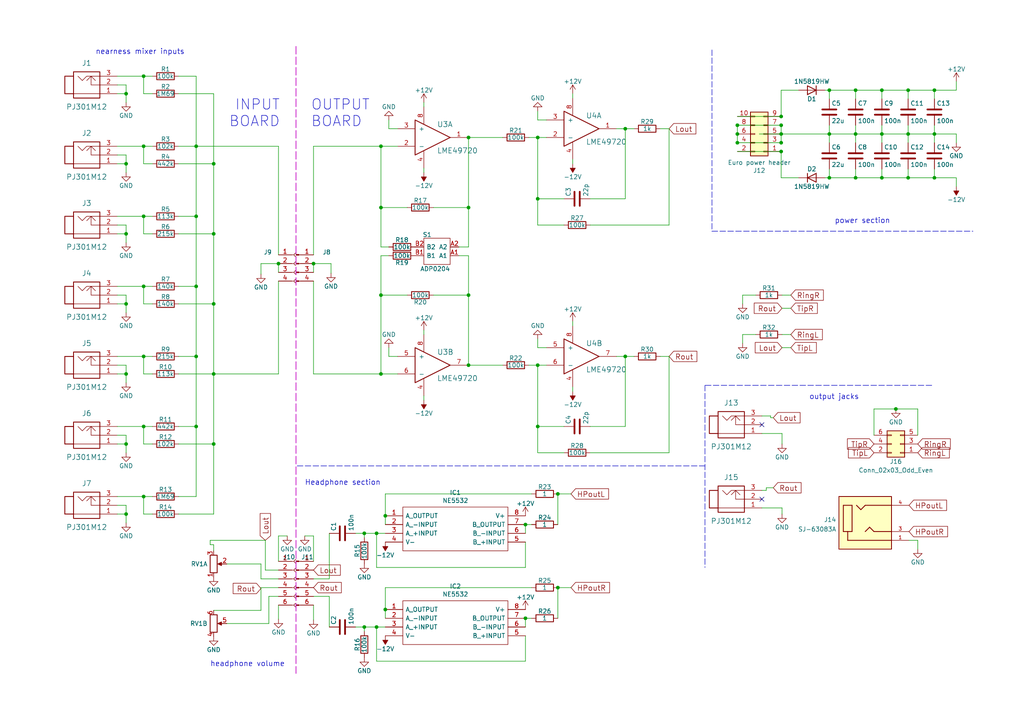
<source format=kicad_sch>
(kicad_sch (version 20231120) (generator "eeschema") (generator_version "8.0")
  (paper "A4")
  (lib_symbols
    (symbol "Connector:Conn_01x04_Female" (pin_names (offset 1.016) hide)
      (property "Reference" "J" (at 0 5.08 0))
      (property "Value" "Conn_01x04_Female" (at 0 -7.62 0))
      (symbol "Conn_01x04_Female_1_1"
        (pin passive line (at -5.08 2.54 0) (length 3.81) (name "Pin_1") (number "1"))
        (pin passive line (at -5.08 0 0) (length 3.81) (name "Pin_2") (number "2"))
        (pin passive line (at -5.08 -2.54 0) (length 3.81) (name "Pin_3") (number "3"))
        (pin passive line (at -5.08 -5.08 0) (length 3.81) (name "Pin_4") (number "4"))
      )
    )
    (symbol "Connector:Conn_01x04_Male" (pin_names (offset 1.016) hide)
      (property "Reference" "J" (at 0 5.08 0))
      (property "Value" "Conn_01x04_Male" (at 0 -7.62 0))
      (symbol "Conn_01x04_Male_1_1"
        (pin passive line (at 5.08 2.54 180) (length 3.81) (name "Pin_1") (number "1"))
        (pin passive line (at 5.08 0 180) (length 3.81) (name "Pin_2") (number "2"))
        (pin passive line (at 5.08 -2.54 180) (length 3.81) (name "Pin_3") (number "3"))
        (pin passive line (at 5.08 -5.08 180) (length 3.81) (name "Pin_4") (number "4"))
      )
    )
    (symbol "Connector:Conn_01x06_Female" (pin_names (offset 1.016) hide)
      (property "Reference" "J" (at 0 7.62 0))
      (property "Value" "Conn_01x06_Female" (at 0 -10.16 0))
      (symbol "Conn_01x06_Female_1_1"
        (pin passive line (at -5.08 5.08 0) (length 3.81) (name "Pin_1") (number "1"))
        (pin passive line (at -5.08 2.54 0) (length 3.81) (name "Pin_2") (number "2"))
        (pin passive line (at -5.08 0 0) (length 3.81) (name "Pin_3") (number "3"))
        (pin passive line (at -5.08 -2.54 0) (length 3.81) (name "Pin_4") (number "4"))
        (pin passive line (at -5.08 -5.08 0) (length 3.81) (name "Pin_5") (number "5"))
        (pin passive line (at -5.08 -7.62 0) (length 3.81) (name "Pin_6") (number "6"))
      )
    )
    (symbol "Connector:Conn_01x06_Male" (pin_names (offset 1.016) hide)
      (property "Reference" "J" (at 0 7.62 0))
      (property "Value" "Conn_01x06_Male" (at 0 -10.16 0))
      (symbol "Conn_01x06_Male_1_1"
        (pin passive line (at 5.08 5.08 180) (length 3.81) (name "Pin_1") (number "1"))
        (pin passive line (at 5.08 2.54 180) (length 3.81) (name "Pin_2") (number "2"))
        (pin passive line (at 5.08 0 180) (length 3.81) (name "Pin_3") (number "3"))
        (pin passive line (at 5.08 -2.54 180) (length 3.81) (name "Pin_4") (number "4"))
        (pin passive line (at 5.08 -5.08 180) (length 3.81) (name "Pin_5") (number "5"))
        (pin passive line (at 5.08 -7.62 180) (length 3.81) (name "Pin_6") (number "6"))
      )
    )
    (symbol "Connector_Generic:Conn_02x03_Odd_Even" (pin_names (offset 1.016) hide)
      (property "Reference" "J" (at 1.27 5.08 0))
      (property "Value" "Conn_02x03_Odd_Even" (at 1.27 -5.08 0))
      (symbol "Conn_02x03_Odd_Even_1_1"
        (pin passive line (at -5.08 2.54 0) (length 3.81) (name "Pin_1") (number "1"))
        (pin passive line (at 7.62 2.54 180) (length 3.81) (name "Pin_2") (number "2"))
        (pin passive line (at -5.08 0 0) (length 3.81) (name "Pin_3") (number "3"))
        (pin passive line (at 7.62 0 180) (length 3.81) (name "Pin_4") (number "4"))
        (pin passive line (at -5.08 -2.54 0) (length 3.81) (name "Pin_5") (number "5"))
        (pin passive line (at 7.62 -2.54 180) (length 3.81) (name "Pin_6") (number "6"))
      )
    )
    (symbol "Connector_Generic:Conn_02x05_Odd_Even" (pin_names (offset 1.016) hide)
      (property "Reference" "J" (at 1.27 7.62 0))
      (property "Value" "Conn_02x05_Odd_Even" (at 1.27 -7.62 0))
      (symbol "Conn_02x05_Odd_Even_1_1"
        (pin passive line (at -5.08 5.08 0) (length 3.81) (name "Pin_1") (number "1"))
        (pin passive line (at 7.62 -5.08 180) (length 3.81) (name "Pin_10") (number "10"))
        (pin passive line (at 7.62 5.08 180) (length 3.81) (name "Pin_2") (number "2"))
        (pin passive line (at -5.08 2.54 0) (length 3.81) (name "Pin_3") (number "3"))
        (pin passive line (at 7.62 2.54 180) (length 3.81) (name "Pin_4") (number "4"))
        (pin passive line (at -5.08 0 0) (length 3.81) (name "Pin_5") (number "5"))
        (pin passive line (at 7.62 0 180) (length 3.81) (name "Pin_6") (number "6"))
        (pin passive line (at -5.08 -2.54 0) (length 3.81) (name "Pin_7") (number "7"))
        (pin passive line (at 7.62 -2.54 180) (length 3.81) (name "Pin_8") (number "8"))
        (pin passive line (at -5.08 -5.08 0) (length 3.81) (name "Pin_9") (number "9"))
      )
    )
    (symbol "Device:C" (pin_numbers hide) (pin_names (offset 0.254))
      (property "Reference" "C" (at 0.635 2.54 0))
      (property "Value" "C" (at 0.635 -2.54 0))
      (symbol "C_1_1"
        (pin passive line (at 0 3.81 270) (length 2.794) (name "~") (number "1"))
        (pin passive line (at 0 -3.81 90) (length 2.794) (name "~") (number "2"))
      )
    )
    (symbol "Device:D" (pin_numbers hide) (pin_names (offset 1.016) hide)
      (property "Reference" "D" (at 0 2.54 0))
      (property "Value" "D" (at 0 -2.54 0))
      (symbol "D_1_1"
        (pin passive line (at -3.81 0 0) (length 2.54) (name "K") (number "1"))
        (pin passive line (at 3.81 0 180) (length 2.54) (name "A") (number "2"))
      )
    )
    (symbol "Device:R" (pin_numbers hide) (pin_names (offset 0))
      (property "Reference" "R" (at 2.032 0 90))
      (property "Value" "R" (at 0 0 90))
      (symbol "R_1_1"
        (pin passive line (at 0 3.81 270) (length 1.27) (name "~") (number "1"))
        (pin passive line (at 0 -3.81 90) (length 1.27) (name "~") (number "2"))
      )
    )
    (symbol "Device:R_POT_Dual_Separate" (pin_names (offset 1.016) hide)
      (property "Reference" "RV" (at -4.445 0 90))
      (property "Value" "Device_R_POT_Dual_Separate" (at -2.54 0 90))
      (symbol "R_POT_Dual_Separate_1_1"
        (pin passive line (at 0 3.81 270) (length 1.27) (name "1") (number "1"))
        (pin passive line (at 3.81 0 180) (length 1.27) (name "2") (number "2"))
        (pin passive line (at 0 -3.81 90) (length 1.27) (name "3") (number "3"))
      )
      (symbol "R_POT_Dual_Separate_2_1"
        (pin passive line (at 0 3.81 270) (length 1.27) (name "4") (number "4"))
        (pin passive line (at 3.81 0 180) (length 1.27) (name "5") (number "5"))
        (pin passive line (at 0 -3.81 90) (length 1.27) (name "6") (number "6"))
      )
    )
    (symbol "SJ-63083A:SJ-63083A" (pin_names (offset 1.016) hide)
      (property "Reference" "J" (at -7.62 8.382 0))
      (property "Value" "SJ-63083A" (at -7.62 -8.382 0))
      (symbol "SJ-63083A_0_0"
        (pin passive line (at 12.7 5.08 180) (length 5.08) (name "~") (number "1"))
        (pin passive line (at 12.7 2.54 180) (length 5.08) (name "~") (number "3"))
        (pin passive line (at 12.7 -5.08 180) (length 5.08) (name "~") (number "4"))
      )
    )
    (symbol "SamacSys_Parts:ADP0204" (pin_names (offset 0.762))
      (property "Reference" "S" (at 19.05 7.62 0))
      (property "Value" "SamacSys_Parts_ADP0204" (at 19.05 5.08 0))
      (symbol "ADP0204_0_0"
        (pin passive line (at 2.54 0 0) (length 2.54) (name "A1") (number "A1"))
        (pin passive line (at 2.54 -2.54 0) (length 2.54) (name "A2") (number "A2"))
        (pin passive line (at 15.24 0 180) (length 2.54) (name "B1") (number "B1"))
        (pin passive line (at 15.24 -2.54 180) (length 2.54) (name "B2") (number "B2"))
      )
    )
    (symbol "SamacSys_Parts:NJM4556AV-TE1" (pin_names (offset 0.762))
      (property "Reference" "IC" (at 36.83 7.62 0))
      (property "Value" "SamacSys_Parts_NJM4556AV-TE1" (at 36.83 5.08 0))
      (symbol "NJM4556AV-TE1_0_0"
        (pin passive line (at 0 0 0) (length 5.08) (name "A_OUTPUT") (number "1"))
        (pin passive line (at 0 -2.54 0) (length 5.08) (name "A_-INPUT") (number "2"))
        (pin passive line (at 0 -5.08 0) (length 5.08) (name "A_+INPUT") (number "3"))
        (pin passive line (at 0 -7.62 0) (length 5.08) (name "V-") (number "4"))
        (pin passive line (at 40.64 -7.62 180) (length 5.08) (name "B_+INPUT") (number "5"))
        (pin passive line (at 40.64 -5.08 180) (length 5.08) (name "B_-INPUT") (number "6"))
        (pin passive line (at 40.64 -2.54 180) (length 5.08) (name "B_OUTPUT") (number "7"))
        (pin passive line (at 40.64 0 180) (length 5.08) (name "V+") (number "8"))
      )
    )
    (symbol "lme49720:LME49720" (pin_names (offset 1.016))
      (property "Reference" "U" (at 3.81 3.81 0))
      (property "Value" "LME49720" (at 3.81 -3.81 0))
      (symbol "LME49720_0_1"
        (pin power_in line (at 0 -8.89 90) (length 5.08) (name "~") (number "4"))
        (pin power_in line (at 0 8.89 270) (length 5.08) (name "~") (number "8"))
      )
      (symbol "LME49720_1_1"
        (pin output line (at 12.7 0 180) (length 5.08) (name "~") (number "1"))
        (pin input line (at -7.62 -2.54 0) (length 5.08) (name "-") (number "2"))
        (pin input line (at -7.62 2.54 0) (length 5.08) (name "+") (number "3"))
      )
      (symbol "LME49720_2_1"
        (pin input line (at -7.62 2.54 0) (length 5.08) (name "+") (number "5"))
        (pin input line (at -7.62 -2.54 0) (length 5.08) (name "-") (number "6"))
        (pin output line (at 12.7 0 180) (length 5.08) (name "~") (number "7"))
      )
    )
    (symbol "pj301m12:PJ301M12" (pin_names (offset 1.016))
      (property "Reference" "J" (at 0 6.35 0))
      (property "Value" "PJ301M12" (at 0 -6.35 0))
      (symbol "PJ301M12_1_1"
        (pin passive line (at 8.89 -2.54 180) (length 5.08) (name "~") (number "1"))
        (pin passive line (at 8.89 0 180) (length 5.08) (name "~") (number "2"))
        (pin passive line (at 8.89 2.54 180) (length 5.08) (name "~") (number "3"))
      )
    )
    (symbol "power:+12V" (power) (pin_names (offset 0))
      (property "Value" "+12V" (at 0 3.556 0))
      (symbol "+12V_1_1"
        (pin power_in line (at 0 0 90) (length 0) hide (name "+12V") (number "1"))
      )
    )
    (symbol "power:-12V" (power) (pin_names (offset 0))
      (property "Value" "-12V" (at 0 3.81 0))
      (symbol "-12V_0_0"
        (pin power_in line (at 0 0 90) (length 0) hide (name "-12V") (number "1"))
      )
    )
    (symbol "power:GND" (power) (pin_names (offset 0))
      (property "Value" "GND" (at 0 -3.81 0))
      (symbol "GND_1_1"
        (pin power_in line (at 0 0 270) (length 0) hide (name "GND") (number "1"))
      )
    )
  )
  (junction (at 56.896 103.378))
  (junction (at 248.158 51.562))
  (junction (at 248.158 38.862))
  (junction (at 110.49 42.418))
  (junction (at 155.956 39.878))
  (junction (at 61.976 67.818))
  (junction (at 56.896 123.698))
  (junction (at 110.49 60.198))
  (junction (at 105.664 181.864))
  (junction (at 110.49 108.458))
  (junction (at 135.89 85.598))
  (junction (at 263.398 51.562))
  (junction (at 226.568 41.402))
  (junction (at 36.576 128.778))
  (junction (at 41.656 144.018))
  (junction (at 271.018 38.862))
  (junction (at 61.976 128.778))
  (junction (at 90.932 76.454))
  (junction (at 41.656 42.418))
  (junction (at 259.842 118.618))
  (junction (at 111.76 149.606))
  (junction (at 161.798 143.256))
  (junction (at 213.868 36.322))
  (junction (at 226.568 36.322))
  (junction (at 36.576 88.138))
  (junction (at 105.664 154.686))
  (junction (at 155.956 57.658))
  (junction (at 80.772 76.454))
  (junction (at 111.76 176.784))
  (junction (at 36.576 47.498))
  (junction (at 255.778 38.862))
  (junction (at 226.568 43.942))
  (junction (at 41.656 22.098))
  (junction (at 263.398 26.162))
  (junction (at 110.49 85.598))
  (junction (at 109.22 154.686))
  (junction (at 161.798 170.434))
  (junction (at 213.868 41.402))
  (junction (at 135.89 39.878))
  (junction (at 41.656 123.698))
  (junction (at 61.976 108.458))
  (junction (at 181.356 103.378))
  (junction (at 240.538 51.562))
  (junction (at 271.018 26.162))
  (junction (at 263.398 38.862))
  (junction (at 56.896 83.058))
  (junction (at 255.778 51.562))
  (junction (at 226.568 38.862))
  (junction (at 135.89 105.918))
  (junction (at 36.576 67.818))
  (junction (at 135.89 60.198))
  (junction (at 41.656 83.058))
  (junction (at 56.896 62.738))
  (junction (at 226.568 33.782))
  (junction (at 61.976 88.138))
  (junction (at 56.896 42.418))
  (junction (at 271.018 51.562))
  (junction (at 36.576 149.098))
  (junction (at 41.656 62.738))
  (junction (at 152.4 179.324))
  (junction (at 152.4 152.146))
  (junction (at 109.22 181.864))
  (junction (at 255.778 26.162))
  (junction (at 213.868 38.862))
  (junction (at 36.576 108.458))
  (junction (at 41.656 103.378))
  (junction (at 61.976 47.498))
  (junction (at 248.158 26.162))
  (junction (at 155.956 123.698))
  (junction (at 36.576 27.178))
  (junction (at 181.356 37.338))
  (junction (at 240.538 38.862))
  (junction (at 240.538 26.162))
  (junction (at 155.956 105.918))
  (no_connect (at 220.98 144.78))
  (no_connect (at 220.98 123.19))
  (wire (pts (xy 109.22 191.77) (xy 109.22 181.864)))
  (wire (pts (xy 226.568 36.322) (xy 226.568 38.862)))
  (wire (pts (xy 226.822 97.028) (xy 229.362 97.028)))
  (wire (pts (xy 61.976 27.178) (xy 61.976 47.498)))
  (wire (pts (xy 240.538 26.162) (xy 248.158 26.162)))
  (wire (pts (xy 41.656 42.418) (xy 44.196 42.418)))
  (wire (pts (xy 110.49 108.458) (xy 110.49 85.598)))
  (wire (pts (xy 60.96 157.988) (xy 61.976 157.988)))
  (wire (pts (xy 111.76 170.434) (xy 154.178 170.434)))
  (wire (pts (xy 263.398 49.022) (xy 263.398 51.562)))
  (wire (pts (xy 75.692 167.894) (xy 80.772 167.894)))
  (wire (pts (xy 155.956 39.878) (xy 155.956 57.658)))
  (wire (pts (xy 152.4 154.686) (xy 152.4 152.146)))
  (wire (pts (xy 133.096 74.168) (xy 135.89 74.168)))
  (wire (pts (xy 135.636 39.878) (xy 135.89 39.878)))
  (wire (pts (xy 155.956 39.878) (xy 158.496 39.878)))
  (wire (pts (xy 155.956 105.918) (xy 158.496 105.918)))
  (wire (pts (xy 90.932 172.974) (xy 95.504 172.974)))
  (wire (pts (xy 36.576 108.458) (xy 36.576 110.998)))
  (wire (pts (xy 44.196 27.178) (xy 41.656 27.178)))
  (wire (pts (xy 34.036 105.918) (xy 36.576 105.918)))
  (wire (pts (xy 105.664 181.864) (xy 105.664 183.134)))
  (wire (pts (xy 181.356 37.338) (xy 183.896 37.338)))
  (wire (pts (xy 248.158 26.162) (xy 248.158 28.702)))
  (wire (pts (xy 215.392 85.598) (xy 215.392 88.138)))
  (wire (pts (xy 220.218 38.862) (xy 226.568 38.862)))
  (wire (pts (xy 80.772 155.448) (xy 80.772 162.814)))
  (wire (pts (xy 166.116 93.218) (xy 166.116 94.488)))
  (wire (pts (xy 271.018 36.322) (xy 271.018 38.862)))
  (wire (pts (xy 135.89 105.918) (xy 145.796 105.918)))
  (wire (pts (xy 61.976 88.138) (xy 61.976 108.458)))
  (wire (pts (xy 135.89 60.198) (xy 125.73 60.198)))
  (wire (pts (xy 161.798 143.256) (xy 161.798 152.146)))
  (wire (pts (xy 155.956 98.298) (xy 155.956 100.838)))
  (wire (pts (xy 266.192 118.618) (xy 259.842 118.618)))
  (wire (pts (xy 109.22 164.592) (xy 109.22 154.686)))
  (wire (pts (xy 122.936 95.758) (xy 122.936 97.028)))
  (wire (pts (xy 178.816 37.338) (xy 181.356 37.338)))
  (wire (pts (xy 226.822 125.73) (xy 226.822 128.778)))
  (wire (pts (xy 90.932 175.514) (xy 90.932 179.832)))
  (wire (pts (xy 153.416 105.918) (xy 155.956 105.918)))
  (wire (pts (xy 41.656 103.378) (xy 44.196 103.378)))
  (wire (pts (xy 181.356 57.658) (xy 181.356 37.338)))
  (wire (pts (xy 240.538 36.322) (xy 240.538 38.862)))
  (wire (pts (xy 56.896 62.738) (xy 56.896 83.058)))
  (wire (pts (xy 80.772 78.994) (xy 80.772 76.454)))
  (wire (pts (xy 111.76 179.324) (xy 111.76 176.784)))
  (wire (pts (xy 110.49 42.418) (xy 115.316 42.418)))
  (wire (pts (xy 109.22 164.592) (xy 152.4 164.592)))
  (wire (pts (xy 111.76 152.146) (xy 111.76 149.606)))
  (wire (pts (xy 41.656 149.098) (xy 41.656 144.018)))
  (wire (pts (xy 80.772 81.534) (xy 80.772 108.458)))
  (wire (pts (xy 105.664 154.686) (xy 105.664 155.956)))
  (wire (pts (xy 34.036 126.238) (xy 36.576 126.238)))
  (wire (pts (xy 155.956 131.318) (xy 163.576 131.318)))
  (wire (pts (xy 155.956 105.918) (xy 155.956 123.698)))
  (wire (pts (xy 219.202 97.028) (xy 215.392 97.028)))
  (wire (pts (xy 226.822 147.32) (xy 226.822 149.098)))
  (wire (pts (xy 271.018 26.162) (xy 271.018 28.702)))
  (wire (pts (xy 34.036 47.498) (xy 36.576 47.498)))
  (wire (pts (xy 248.158 38.862) (xy 248.158 41.402)))
  (wire (pts (xy 161.798 170.434) (xy 165.608 170.434)))
  (wire (pts (xy 65.786 163.576) (xy 75.692 163.576)))
  (wire (pts (xy 240.538 51.562) (xy 248.158 51.562)))
  (wire (pts (xy 56.896 83.058) (xy 56.896 103.378)))
  (wire (pts (xy 36.576 88.138) (xy 36.576 90.678)))
  (wire (pts (xy 90.932 167.894) (xy 95.504 167.894)))
  (wire (pts (xy 194.056 131.318) (xy 171.196 131.318)))
  (wire (pts (xy 155.956 34.798) (xy 158.496 34.798)))
  (wire (pts (xy 51.816 42.418) (xy 56.896 42.418)))
  (wire (pts (xy 61.976 108.458) (xy 80.772 108.458)))
  (wire (pts (xy 152.4 152.146) (xy 154.178 152.146)))
  (wire (pts (xy 44.196 128.778) (xy 41.656 128.778)))
  (wire (pts (xy 255.778 26.162) (xy 263.398 26.162)))
  (wire (pts (xy 90.932 108.458) (xy 110.49 108.458)))
  (wire (pts (xy 248.158 49.022) (xy 248.158 51.562)))
  (wire (pts (xy 61.976 157.988) (xy 61.976 159.766)))
  (wire (pts (xy 83.312 155.448) (xy 80.772 155.448)))
  (wire (pts (xy 34.036 27.178) (xy 36.576 27.178)))
  (wire (pts (xy 166.116 27.178) (xy 166.116 28.448)))
  (wire (pts (xy 34.036 146.558) (xy 36.576 146.558)))
  (wire (pts (xy 152.4 179.324) (xy 154.178 179.324)))
  (wire (pts (xy 110.49 71.628) (xy 110.49 60.198)))
  (wire (pts (xy 135.636 105.918) (xy 135.89 105.918)))
  (wire (pts (xy 36.576 146.558) (xy 36.576 149.098)))
  (wire (pts (xy 155.956 32.258) (xy 155.956 34.798)))
  (wire (pts (xy 133.096 71.628) (xy 135.89 71.628)))
  (wire (pts (xy 263.398 26.162) (xy 271.018 26.162)))
  (wire (pts (xy 226.822 100.838) (xy 229.362 100.838)))
  (wire (pts (xy 161.798 143.256) (xy 165.608 143.256)))
  (wire (pts (xy 222.25 142.24) (xy 222.25 141.478)))
  (wire (pts (xy 240.538 38.862) (xy 240.538 41.402)))
  (wire (pts (xy 77.978 180.848) (xy 65.786 180.848)))
  (wire (pts (xy 80.772 172.974) (xy 77.978 172.974)))
  (wire (pts (xy 109.22 154.686) (xy 111.76 154.686)))
  (wire (pts (xy 277.368 26.162) (xy 277.368 23.622)))
  (wire (pts (xy 263.398 51.562) (xy 271.018 51.562)))
  (wire (pts (xy 41.656 144.018) (xy 44.196 144.018)))
  (wire (pts (xy 213.868 36.322) (xy 226.568 36.322)))
  (wire (pts (xy 34.036 67.818) (xy 36.576 67.818)))
  (wire (pts (xy 240.538 26.162) (xy 240.538 28.702)))
  (wire (pts (xy 215.392 97.028) (xy 215.392 99.568)))
  (wire (pts (xy 56.896 42.418) (xy 80.772 42.418)))
  (wire (pts (xy 122.936 29.718) (xy 122.936 30.988)))
  (polyline (pts (xy 204.47 135.128) (xy 85.852 135.128)) (stroke (width 0) (type dash)))
  (wire (pts (xy 110.49 85.598) (xy 118.11 85.598)))
  (wire (pts (xy 163.576 123.698) (xy 155.956 123.698)))
  (polyline (pts (xy 85.852 13.462) (xy 85.852 195.326)) (stroke (width 0.2032) (type dash) (color 194 0 194 1)))
  (polyline (pts (xy 270.256 111.76) (xy 204.47 111.76)) (stroke (width 0) (type dash)))
  (wire (pts (xy 223.52 121.158) (xy 224.282 121.158)))
  (wire (pts (xy 41.656 83.058) (xy 44.196 83.058)))
  (wire (pts (xy 36.576 44.958) (xy 36.576 47.498)))
  (wire (pts (xy 36.576 128.778) (xy 36.576 131.318)))
  (wire (pts (xy 253.492 118.618) (xy 259.842 118.618)))
  (wire (pts (xy 56.896 123.698) (xy 56.896 144.018)))
  (wire (pts (xy 248.158 38.862) (xy 255.778 38.862)))
  (wire (pts (xy 255.778 51.562) (xy 263.398 51.562)))
  (wire (pts (xy 44.196 149.098) (xy 41.656 149.098)))
  (polyline (pts (xy 204.47 111.76) (xy 204.47 164.592)) (stroke (width 0) (type dash)))
  (wire (pts (xy 263.398 36.322) (xy 263.398 38.862)))
  (wire (pts (xy 95.504 172.974) (xy 95.504 181.864)))
  (wire (pts (xy 51.816 108.458) (xy 61.976 108.458)))
  (wire (pts (xy 41.656 128.778) (xy 41.656 123.698)))
  (wire (pts (xy 34.036 123.698) (xy 41.656 123.698)))
  (wire (pts (xy 109.22 181.864) (xy 111.76 181.864)))
  (wire (pts (xy 51.816 47.498) (xy 61.976 47.498)))
  (wire (pts (xy 122.936 114.808) (xy 122.936 116.078)))
  (wire (pts (xy 90.932 78.994) (xy 90.932 76.454)))
  (wire (pts (xy 155.956 100.838) (xy 158.496 100.838)))
  (wire (pts (xy 76.962 165.354) (xy 76.962 156.718)))
  (wire (pts (xy 34.036 42.418) (xy 41.656 42.418)))
  (wire (pts (xy 220.98 125.73) (xy 226.822 125.73)))
  (wire (pts (xy 166.116 46.228) (xy 166.116 47.498)))
  (wire (pts (xy 166.116 112.268) (xy 166.116 113.538)))
  (wire (pts (xy 163.576 57.658) (xy 155.956 57.658)))
  (wire (pts (xy 112.776 100.838) (xy 112.776 103.378)))
  (wire (pts (xy 34.036 128.778) (xy 36.576 128.778)))
  (wire (pts (xy 155.956 57.658) (xy 155.956 65.278)))
  (wire (pts (xy 56.896 103.378) (xy 56.896 123.698)))
  (wire (pts (xy 155.956 65.278) (xy 163.576 65.278)))
  (wire (pts (xy 226.568 43.942) (xy 226.568 51.562)))
  (wire (pts (xy 61.976 67.818) (xy 61.976 88.138)))
  (wire (pts (xy 96.012 76.454) (xy 96.012 79.248)))
  (wire (pts (xy 75.692 163.576) (xy 75.692 167.894)))
  (wire (pts (xy 61.976 47.498) (xy 61.976 67.818)))
  (wire (pts (xy 135.89 85.598) (xy 125.73 85.598)))
  (wire (pts (xy 110.49 108.458) (xy 115.316 108.458)))
  (wire (pts (xy 44.196 47.498) (xy 41.656 47.498)))
  (wire (pts (xy 34.036 44.958) (xy 36.576 44.958)))
  (wire (pts (xy 194.056 65.278) (xy 171.196 65.278)))
  (wire (pts (xy 103.124 154.686) (xy 105.664 154.686)))
  (wire (pts (xy 112.776 71.628) (xy 110.49 71.628)))
  (wire (pts (xy 171.196 123.698) (xy 181.356 123.698)))
  (wire (pts (xy 220.98 120.65) (xy 223.52 120.65)))
  (wire (pts (xy 239.268 26.162) (xy 240.538 26.162)))
  (wire (pts (xy 36.576 27.178) (xy 36.576 29.718)))
  (wire (pts (xy 34.036 144.018) (xy 41.656 144.018)))
  (wire (pts (xy 271.018 38.862) (xy 271.018 41.402)))
  (wire (pts (xy 135.89 105.918) (xy 135.89 85.598)))
  (wire (pts (xy 213.868 41.402) (xy 213.868 38.862)))
  (wire (pts (xy 152.4 164.592) (xy 152.4 157.226)))
  (wire (pts (xy 135.89 39.878) (xy 135.89 60.198)))
  (polyline (pts (xy 206.502 67.056) (xy 282.194 67.056)) (stroke (width 0) (type dash)))
  (wire (pts (xy 61.976 88.138) (xy 51.816 88.138)))
  (wire (pts (xy 111.76 170.434) (xy 111.76 176.784)))
  (wire (pts (xy 226.568 38.862) (xy 226.568 41.402)))
  (wire (pts (xy 51.816 67.818) (xy 61.976 67.818)))
  (wire (pts (xy 240.538 38.862) (xy 248.158 38.862)))
  (wire (pts (xy 111.76 143.256) (xy 154.178 143.256)))
  (wire (pts (xy 263.398 26.162) (xy 263.398 28.702)))
  (wire (pts (xy 51.816 62.738) (xy 56.896 62.738)))
  (wire (pts (xy 36.576 105.918) (xy 36.576 108.458)))
  (wire (pts (xy 34.036 22.098) (xy 41.656 22.098)))
  (wire (pts (xy 90.932 42.418) (xy 110.49 42.418)))
  (wire (pts (xy 191.516 103.378) (xy 194.056 103.378)))
  (wire (pts (xy 226.568 33.782) (xy 226.568 26.162)))
  (wire (pts (xy 88.392 155.448) (xy 90.932 155.448)))
  (wire (pts (xy 220.98 147.32) (xy 226.822 147.32)))
  (wire (pts (xy 223.52 120.65) (xy 223.52 121.158)))
  (wire (pts (xy 271.018 26.162) (xy 277.368 26.162)))
  (wire (pts (xy 181.356 103.378) (xy 183.896 103.378)))
  (wire (pts (xy 105.664 154.686) (xy 109.22 154.686)))
  (wire (pts (xy 271.018 51.562) (xy 277.368 51.562)))
  (wire (pts (xy 112.776 37.338) (xy 115.316 37.338)))
  (wire (pts (xy 226.822 85.598) (xy 229.362 85.598)))
  (wire (pts (xy 61.976 128.778) (xy 61.976 149.098)))
  (wire (pts (xy 56.896 83.058) (xy 51.816 83.058)))
  (polyline (pts (xy 206.502 14.478) (xy 206.502 67.056)) (stroke (width 0) (type dash)))
  (wire (pts (xy 41.656 27.178) (xy 41.656 22.098)))
  (wire (pts (xy 226.568 38.862) (xy 240.538 38.862)))
  (wire (pts (xy 194.056 37.338) (xy 194.056 65.278)))
  (wire (pts (xy 171.196 57.658) (xy 181.356 57.658)))
  (wire (pts (xy 95.504 167.894) (xy 95.504 154.686)))
  (wire (pts (xy 56.896 22.098) (xy 56.896 42.418)))
  (wire (pts (xy 135.89 74.168) (xy 135.89 85.598)))
  (wire (pts (xy 277.368 51.562) (xy 277.368 54.102)))
  (wire (pts (xy 51.816 103.378) (xy 56.896 103.378)))
  (wire (pts (xy 219.202 85.598) (xy 215.392 85.598)))
  (wire (pts (xy 240.538 49.022) (xy 240.538 51.562)))
  (wire (pts (xy 56.896 22.098) (xy 51.816 22.098)))
  (wire (pts (xy 226.568 41.402) (xy 213.868 41.402)))
  (wire (pts (xy 36.576 126.238) (xy 36.576 128.778)))
  (wire (pts (xy 34.036 83.058) (xy 41.656 83.058)))
  (wire (pts (xy 263.398 38.862) (xy 263.398 41.402)))
  (wire (pts (xy 90.932 81.534) (xy 90.932 108.458)))
  (wire (pts (xy 75.692 76.454) (xy 75.692 79.502)))
  (wire (pts (xy 277.368 38.862) (xy 277.368 41.402)))
  (wire (pts (xy 112.776 103.378) (xy 115.316 103.378)))
  (wire (pts (xy 41.656 62.738) (xy 44.196 62.738)))
  (wire (pts (xy 34.036 108.458) (xy 36.576 108.458)))
  (wire (pts (xy 34.036 85.598) (xy 36.576 85.598)))
  (wire (pts (xy 34.036 62.738) (xy 41.656 62.738)))
  (wire (pts (xy 77.978 172.974) (xy 77.978 180.848)))
  (wire (pts (xy 248.158 36.322) (xy 248.158 38.862)))
  (wire (pts (xy 153.416 39.878) (xy 155.956 39.878)))
  (wire (pts (xy 213.868 43.942) (xy 226.568 43.942)))
  (wire (pts (xy 220.98 142.24) (xy 222.25 142.24)))
  (wire (pts (xy 152.4 181.864) (xy 152.4 179.324)))
  (wire (pts (xy 34.036 103.378) (xy 41.656 103.378)))
  (wire (pts (xy 90.932 73.914) (xy 90.932 42.418)))
  (wire (pts (xy 36.576 24.638) (xy 36.576 27.178)))
  (wire (pts (xy 34.036 88.138) (xy 36.576 88.138)))
  (wire (pts (xy 191.516 37.338) (xy 194.056 37.338)))
  (wire (pts (xy 90.932 76.454) (xy 96.012 76.454)))
  (wire (pts (xy 60.96 156.718) (xy 76.962 156.718)))
  (wire (pts (xy 194.056 103.378) (xy 194.056 131.318)))
  (wire (pts (xy 135.89 39.878) (xy 145.796 39.878)))
  (wire (pts (xy 255.778 51.562) (xy 255.778 49.022)))
  (wire (pts (xy 41.656 108.458) (xy 41.656 103.378)))
  (wire (pts (xy 51.816 128.778) (xy 61.976 128.778)))
  (wire (pts (xy 110.49 74.168) (xy 110.49 85.598)))
  (wire (pts (xy 255.778 38.862) (xy 255.778 41.402)))
  (wire (pts (xy 36.576 47.498) (xy 36.576 50.038)))
  (wire (pts (xy 109.22 191.77) (xy 152.4 191.77)))
  (wire (pts (xy 255.778 26.162) (xy 255.778 28.702)))
  (wire (pts (xy 155.956 123.698) (xy 155.956 131.318)))
  (wire (pts (xy 248.158 51.562) (xy 255.778 51.562)))
  (wire (pts (xy 110.49 42.418) (xy 110.49 60.198)))
  (wire (pts (xy 271.018 38.862) (xy 277.368 38.862)))
  (wire (pts (xy 263.398 38.862) (xy 271.018 38.862)))
  (wire (pts (xy 44.196 67.818) (xy 41.656 67.818)))
  (wire (pts (xy 80.772 73.914) (xy 80.772 42.418)))
  (wire (pts (xy 56.896 144.018) (xy 51.816 144.018)))
  (wire (pts (xy 34.036 24.638) (xy 36.576 24.638)))
  (wire (pts (xy 80.772 175.514) (xy 80.772 179.578)))
  (wire (pts (xy 112.776 74.168) (xy 110.49 74.168)))
  (wire (pts (xy 41.656 22.098) (xy 44.196 22.098)))
  (wire (pts (xy 248.158 26.162) (xy 255.778 26.162)))
  (wire (pts (xy 34.036 149.098) (xy 36.576 149.098)))
  (wire (pts (xy 51.816 123.698) (xy 56.896 123.698)))
  (wire (pts (xy 213.868 33.782) (xy 226.568 33.782)))
  (wire (pts (xy 105.664 181.864) (xy 109.22 181.864)))
  (wire (pts (xy 61.976 27.178) (xy 51.816 27.178)))
  (wire (pts (xy 226.568 26.162) (xy 231.648 26.162)))
  (wire (pts (xy 60.96 157.988) (xy 60.96 156.718)))
  (wire (pts (xy 36.576 67.818) (xy 36.576 70.358)))
  (wire (pts (xy 61.976 108.458) (xy 61.976 128.778)))
  (wire (pts (xy 41.656 47.498) (xy 41.656 42.418)))
  (wire (pts (xy 103.124 181.864) (xy 105.664 181.864)))
  (wire (pts (xy 36.576 85.598) (xy 36.576 88.138)))
  (wire (pts (xy 255.778 38.862) (xy 263.398 38.862)))
  (wire (pts (xy 80.772 76.454) (xy 75.692 76.454)))
  (wire (pts (xy 41.656 88.138) (xy 41.656 83.058)))
  (wire (pts (xy 44.196 88.138) (xy 41.656 88.138)))
  (wire (pts (xy 239.268 51.562) (xy 240.538 51.562)))
  (wire (pts (xy 34.036 65.278) (xy 36.576 65.278)))
  (wire (pts (xy 181.356 123.698) (xy 181.356 103.378)))
  (wire (pts (xy 111.76 143.256) (xy 111.76 149.606)))
  (wire (pts (xy 253.492 126.238) (xy 253.492 118.618)))
  (wire (pts (xy 213.868 38.862) (xy 213.868 36.322)))
  (wire (pts (xy 135.89 71.628) (xy 135.89 60.198)))
  (wire (pts (xy 56.896 42.418) (xy 56.896 62.738)))
  (wire (pts (xy 61.976 149.098) (xy 51.816 149.098)))
  (wire (pts (xy 75.692 177.038) (xy 75.692 170.434)))
  (wire (pts (xy 36.576 65.278) (xy 36.576 67.818)))
  (wire (pts (xy 178.816 103.378) (xy 181.356 103.378)))
  (wire (pts (xy 161.798 170.434) (xy 161.798 179.324)))
  (wire (pts (xy 122.936 48.768) (xy 122.936 50.038)))
  (wire (pts (xy 61.976 177.038) (xy 75.692 177.038)))
  (wire (pts (xy 226.568 51.562) (xy 231.648 51.562)))
  (wire (pts (xy 226.822 89.408) (xy 229.362 89.408)))
  (wire (pts (xy 263.652 156.718) (xy 266.192 156.718)))
  (wire (pts (xy 266.192 126.238) (xy 266.192 118.618)))
  (wire (pts (xy 80.772 165.354) (xy 76.962 165.354)))
  (wire (pts (xy 44.196 108.458) (xy 41.656 108.458)))
  (wire (pts (xy 266.192 156.718) (xy 266.192 159.258)))
  (wire (pts (xy 75.692 170.434) (xy 80.772 170.434)))
  (wire (pts (xy 41.656 67.818) (xy 41.656 62.738)))
  (wire (pts (xy 152.4 191.77) (xy 152.4 184.404)))
  (wire (pts (xy 90.932 155.448) (xy 90.932 162.814)))
  (wire (pts (xy 255.778 36.322) (xy 255.778 38.862)))
  (wire (pts (xy 271.018 49.022) (xy 271.018 51.562)))
  (wire (pts (xy 41.656 123.698) (xy 44.196 123.698)))
  (wire (pts (xy 112.776 34.798) (xy 112.776 37.338)))
  (wire (pts (xy 222.25 141.478) (xy 224.282 141.478)))
  (wire (pts (xy 118.11 60.198) (xy 110.49 60.198)))
  (wire (pts (xy 36.576 149.098) (xy 36.576 151.638)))
  (text "headphone volume" (at 60.96 193.548 0) (effects (font (size 1.524 1.524)) (justify left bottom)))
  (text "INPUT\nBOARD" (at 81.28 37.084 0) (effects (font (size 2.9972 2.9972)) (justify right bottom)))
  (text "Headphone section" (at 88.392 140.97 0) (effects (font (size 1.524 1.524)) (justify left bottom)))
  (text "OUTPUT\nBOARD" (at 90.17 37.084 0) (effects (font (size 2.9972 2.9972)) (justify left bottom)))
  (text "output jacks" (at 234.696 116.078 0) (effects (font (size 1.524 1.524)) (justify left bottom)))
  (text "nearness mixer inputs" (at 27.686 16.002 0) (effects (font (size 1.524 1.524)) (justify left bottom)))
  (text "power section" (at 242.062 65.024 0) (effects (font (size 1.524 1.524)) (justify left bottom)))
  (global_label "HPoutR" (shape input) (at 165.608 170.434 0) (effects (font (size 1.524 1.524))) (property "Intersheetrefs" "${INTERSHEET_REFS}" (effects (hide yes))))
  (global_label "Lout" (shape input) (at 90.932 165.354 0) (effects (font (size 1.524 1.524))) (property "Intersheetrefs" "${INTERSHEET_REFS}" (effects (hide yes))))
  (global_label "RingL" (shape input) (at 266.192 131.318 0) (effects (font (size 1.524 1.524))) (property "Intersheetrefs" "${INTERSHEET_REFS}" (effects (hide yes))))
  (global_label "Rout" (shape input) (at 90.932 170.434 0) (effects (font (size 1.524 1.524))) (property "Intersheetrefs" "${INTERSHEET_REFS}" (effects (hide yes))))
  (global_label "Rout" (shape input) (at 224.282 141.478 0) (effects (font (size 1.524 1.524))) (property "Intersheetrefs" "${INTERSHEET_REFS}" (effects (hide yes))))
  (global_label "HPoutL" (shape input) (at 263.652 146.558 0) (effects (font (size 1.524 1.524))) (property "Intersheetrefs" "${INTERSHEET_REFS}" (effects (hide yes))))
  (global_label "RingR" (shape input) (at 266.192 128.778 0) (effects (font (size 1.524 1.524))) (property "Intersheetrefs" "${INTERSHEET_REFS}" (effects (hide yes))))
  (global_label "RingL" (shape input) (at 229.362 97.028 0) (effects (font (size 1.524 1.524))) (property "Intersheetrefs" "${INTERSHEET_REFS}" (effects (hide yes))))
  (global_label "Lout" (shape input) (at 76.962 156.718 90) (effects (font (size 1.524 1.524))) (property "Intersheetrefs" "${INTERSHEET_REFS}" (effects (hide yes))))
  (global_label "Rout" (shape input) (at 194.056 103.378 0) (effects (font (size 1.524 1.524))) (property "Intersheetrefs" "${INTERSHEET_REFS}" (effects (hide yes))))
  (global_label "Lout" (shape input) (at 224.282 121.158 0) (effects (font (size 1.524 1.524))) (property "Intersheetrefs" "${INTERSHEET_REFS}" (effects (hide yes))))
  (global_label "TipL" (shape input) (at 253.492 131.318 180) (effects (font (size 1.524 1.524))) (property "Intersheetrefs" "${INTERSHEET_REFS}" (effects (hide yes))))
  (global_label "TipR" (shape input) (at 253.492 128.778 180) (effects (font (size 1.524 1.524))) (property "Intersheetrefs" "${INTERSHEET_REFS}" (effects (hide yes))))
  (global_label "RingR" (shape input) (at 229.362 85.598 0) (effects (font (size 1.524 1.524))) (property "Intersheetrefs" "${INTERSHEET_REFS}" (effects (hide yes))))
  (global_label "TipL" (shape input) (at 229.362 100.838 0) (effects (font (size 1.524 1.524))) (property "Intersheetrefs" "${INTERSHEET_REFS}" (effects (hide yes))))
  (global_label "HPoutR" (shape input) (at 263.652 154.178 0) (effects (font (size 1.524 1.524))) (property "Intersheetrefs" "${INTERSHEET_REFS}" (effects (hide yes))))
  (global_label "Lout" (shape input) (at 226.822 100.838 180) (effects (font (size 1.524 1.524))) (property "Intersheetrefs" "${INTERSHEET_REFS}" (effects (hide yes))))
  (global_label "TipR" (shape input) (at 229.362 89.408 0) (effects (font (size 1.524 1.524))) (property "Intersheetrefs" "${INTERSHEET_REFS}" (effects (hide yes))))
  (global_label "Rout" (shape input) (at 226.822 89.408 180) (effects (font (size 1.524 1.524))) (property "Intersheetrefs" "${INTERSHEET_REFS}" (effects (hide yes))))
  (global_label "Lout" (shape input) (at 194.056 37.338 0) (effects (font (size 1.524 1.524))) (property "Intersheetrefs" "${INTERSHEET_REFS}" (effects (hide yes))))
  (global_label "Rout" (shape input) (at 75.692 170.688 180) (effects (font (size 1.524 1.524))) (property "Intersheetrefs" "${INTERSHEET_REFS}" (effects (hide yes))))
  (global_label "HPoutL" (shape input) (at 165.608 143.256 0) (effects (font (size 1.524 1.524))) (property "Intersheetrefs" "${INTERSHEET_REFS}" (effects (hide yes))))
  (symbol (lib_id "pj301m12:PJ301M12") (at 25.146 24.638 0) (unit 1)
    (property "Reference" "J1" (at 25.146 18.288 0) (effects (font (size 1.524 1.524))))
    (property "Value" "PJ301M12" (at 25.146 30.988 0) (effects (font (size 1.524 1.524))))
    (property "Footprint" "nearness:PJ301M12" (effects (hide yes)))
  )
  (symbol (lib_id "pj301m12:PJ301M12") (at 25.146 44.958 0) (unit 1)
    (property "Reference" "J2" (at 25.146 38.608 0) (effects (font (size 1.524 1.524))))
    (property "Value" "PJ301M12" (at 25.146 51.308 0) (effects (font (size 1.524 1.524))))
    (property "Footprint" "nearness:PJ301M12" (effects (hide yes)))
  )
  (symbol (lib_id "pj301m12:PJ301M12") (at 25.146 65.278 0) (unit 1)
    (property "Reference" "J3" (at 25.146 58.928 0) (effects (font (size 1.524 1.524))))
    (property "Value" "PJ301M12" (at 25.146 71.628 0) (effects (font (size 1.524 1.524))))
    (property "Footprint" "nearness:PJ301M12" (effects (hide yes)))
  )
  (symbol (lib_id "pj301m12:PJ301M12") (at 25.146 85.598 0) (unit 1)
    (property "Reference" "J4" (at 25.146 79.248 0) (effects (font (size 1.524 1.524))))
    (property "Value" "PJ301M12" (at 25.146 91.948 0) (effects (font (size 1.524 1.524))))
    (property "Footprint" "nearness:PJ301M12" (effects (hide yes)))
  )
  (symbol (lib_id "pj301m12:PJ301M12") (at 25.146 105.918 0) (unit 1)
    (property "Reference" "J5" (at 25.146 99.568 0) (effects (font (size 1.524 1.524))))
    (property "Value" "PJ301M12" (at 25.146 112.268 0) (effects (font (size 1.524 1.524))))
    (property "Footprint" "nearness:PJ301M12" (effects (hide yes)))
  )
  (symbol (lib_id "pj301m12:PJ301M12") (at 25.146 126.238 0) (unit 1)
    (property "Reference" "J6" (at 25.146 119.888 0) (effects (font (size 1.524 1.524))))
    (property "Value" "PJ301M12" (at 25.146 132.588 0) (effects (font (size 1.524 1.524))))
    (property "Footprint" "nearness:PJ301M12" (effects (hide yes)))
  )
  (symbol (lib_id "pj301m12:PJ301M12") (at 25.146 146.558 0) (unit 1)
    (property "Reference" "J7" (at 25.146 140.208 0) (effects (font (size 1.524 1.524))))
    (property "Value" "PJ301M12" (at 25.146 152.908 0) (effects (font (size 1.524 1.524))))
    (property "Footprint" "nearness:PJ301M12" (effects (hide yes)))
  )
  (symbol (lib_id "power:GND") (at 36.576 29.718 0) (unit 1)
    (property "Reference" "#PWR01" (effects (hide yes)))
    (property "Value" "GND" (at 36.576 33.528 0))
  )
  (symbol (lib_id "power:GND") (at 36.576 50.038 0) (unit 1)
    (property "Reference" "#PWR02" (effects (hide yes)))
    (property "Value" "GND" (at 36.576 53.848 0))
  )
  (symbol (lib_id "power:GND") (at 36.576 70.358 0) (unit 1)
    (property "Reference" "#PWR03" (effects (hide yes)))
    (property "Value" "GND" (at 36.576 74.168 0))
  )
  (symbol (lib_id "power:GND") (at 36.576 90.678 0) (unit 1)
    (property "Reference" "#PWR04" (effects (hide yes)))
    (property "Value" "GND" (at 36.576 94.488 0))
  )
  (symbol (lib_id "power:GND") (at 36.576 110.998 0) (unit 1)
    (property "Reference" "#PWR05" (effects (hide yes)))
    (property "Value" "GND" (at 36.576 114.808 0))
  )
  (symbol (lib_id "power:GND") (at 36.576 131.318 0) (unit 1)
    (property "Reference" "#PWR06" (effects (hide yes)))
    (property "Value" "GND" (at 36.576 135.128 0))
  )
  (symbol (lib_id "power:GND") (at 36.576 151.638 0) (unit 1)
    (property "Reference" "#PWR07" (effects (hide yes)))
    (property "Value" "GND" (at 36.576 155.448 0))
  )
  (symbol (lib_id "Device:R") (at 48.006 22.098 90) (unit 1)
    (property "Reference" "R1" (at 48.006 20.066 90))
    (property "Value" "100k" (at 48.006 22.098 90))
    (property "Footprint" "Resistor_SMD:R_0805_2012Metric_Pad1.20x1.40mm_HandSolder" (effects (hide yes)))
  )
  (symbol (lib_id "Device:R") (at 48.006 27.178 90) (unit 1)
    (property "Reference" "R2" (at 48.006 25.146 90))
    (property "Value" "1M69" (at 48.006 27.178 90))
    (property "Footprint" "Resistor_SMD:R_0805_2012Metric_Pad1.20x1.40mm_HandSolder" (effects (hide yes)))
  )
  (symbol (lib_id "Device:R") (at 48.006 42.418 90) (unit 1)
    (property "Reference" "R3" (at 48.006 40.386 90))
    (property "Value" "102k" (at 48.006 42.418 90))
    (property "Footprint" "Resistor_SMD:R_0805_2012Metric_Pad1.20x1.40mm_HandSolder" (effects (hide yes)))
  )
  (symbol (lib_id "Device:R") (at 48.006 47.498 90) (unit 1)
    (property "Reference" "R4" (at 48.006 45.466 90))
    (property "Value" "442k" (at 48.006 47.498 90))
    (property "Footprint" "Resistor_SMD:R_0805_2012Metric_Pad1.20x1.40mm_HandSolder" (effects (hide yes)))
  )
  (symbol (lib_id "Device:R") (at 48.006 62.738 90) (unit 1)
    (property "Reference" "R5" (at 48.006 60.706 90))
    (property "Value" "113k" (at 48.006 62.738 90))
    (property "Footprint" "Resistor_SMD:R_0805_2012Metric_Pad1.20x1.40mm_HandSolder" (effects (hide yes)))
  )
  (symbol (lib_id "Device:R") (at 48.006 67.818 90) (unit 1)
    (property "Reference" "R6" (at 48.006 65.786 90))
    (property "Value" "215k" (at 48.006 67.818 90))
    (property "Footprint" "Resistor_SMD:R_0805_2012Metric_Pad1.20x1.40mm_HandSolder" (effects (hide yes)))
  )
  (symbol (lib_id "Device:R") (at 48.006 83.058 90) (unit 1)
    (property "Reference" "R7" (at 48.006 81.026 90))
    (property "Value" "140k" (at 48.006 83.058 90))
    (property "Footprint" "Resistor_SMD:R_0805_2012Metric_Pad1.20x1.40mm_HandSolder" (effects (hide yes)))
  )
  (symbol (lib_id "Device:R") (at 48.006 88.138 90) (unit 1)
    (property "Reference" "R8" (at 48.006 86.106 90))
    (property "Value" "140k" (at 48.006 88.138 90))
    (property "Footprint" "Resistor_SMD:R_0805_2012Metric_Pad1.20x1.40mm_HandSolder" (effects (hide yes)))
  )
  (symbol (lib_id "Device:R") (at 48.006 103.378 90) (unit 1)
    (property "Reference" "R9" (at 48.006 101.346 90))
    (property "Value" "215k" (at 48.006 103.378 90))
    (property "Footprint" "Resistor_SMD:R_0805_2012Metric_Pad1.20x1.40mm_HandSolder" (effects (hide yes)))
  )
  (symbol (lib_id "Device:R") (at 48.006 108.458 90) (unit 1)
    (property "Reference" "R10" (at 48.006 106.426 90))
    (property "Value" "113k" (at 48.006 108.458 90))
    (property "Footprint" "Resistor_SMD:R_0805_2012Metric_Pad1.20x1.40mm_HandSolder" (effects (hide yes)))
  )
  (symbol (lib_id "Device:R") (at 48.006 123.698 90) (unit 1)
    (property "Reference" "R11" (at 48.006 121.666 90))
    (property "Value" "442k" (at 48.006 123.698 90))
    (property "Footprint" "Resistor_SMD:R_0805_2012Metric_Pad1.20x1.40mm_HandSolder" (effects (hide yes)))
  )
  (symbol (lib_id "Device:R") (at 48.006 128.778 90) (unit 1)
    (property "Reference" "R12" (at 48.006 126.746 90))
    (property "Value" "102k" (at 48.006 128.778 90))
    (property "Footprint" "Resistor_SMD:R_0805_2012Metric_Pad1.20x1.40mm_HandSolder" (effects (hide yes)))
  )
  (symbol (lib_id "Device:R") (at 48.006 144.018 90) (unit 1)
    (property "Reference" "R13" (at 48.006 141.986 90))
    (property "Value" "1M69" (at 48.006 144.018 90))
    (property "Footprint" "Resistor_SMD:R_0805_2012Metric_Pad1.20x1.40mm_HandSolder" (effects (hide yes)))
  )
  (symbol (lib_id "Device:R") (at 48.006 149.098 90) (unit 1)
    (property "Reference" "R14" (at 48.006 147.066 90))
    (property "Value" "100k" (at 48.006 149.098 90))
    (property "Footprint" "Resistor_SMD:R_0805_2012Metric_Pad1.20x1.40mm_HandSolder" (effects (hide yes)))
  )
  (symbol (lib_id "Device:R") (at 187.706 37.338 90) (unit 1)
    (property "Reference" "R29" (at 187.706 35.306 90))
    (property "Value" "1k" (at 187.706 37.338 90))
    (property "Footprint" "Resistor_SMD:R_0805_2012Metric_Pad1.20x1.40mm_HandSolder" (effects (hide yes)))
  )
  (symbol (lib_id "Device:R") (at 187.706 103.378 90) (unit 1)
    (property "Reference" "R30" (at 187.706 101.346 90))
    (property "Value" "1k" (at 187.706 103.378 90))
    (property "Footprint" "Resistor_SMD:R_0805_2012Metric_Pad1.20x1.40mm_HandSolder" (effects (hide yes)))
  )
  (symbol (lib_id "Device:R") (at 121.92 60.198 90) (unit 1)
    (property "Reference" "R17" (at 121.92 58.166 90))
    (property "Value" "100k" (at 121.92 60.198 90))
    (property "Footprint" "Resistor_SMD:R_0805_2012Metric_Pad1.20x1.40mm_HandSolder" (effects (hide yes)))
  )
  (symbol (lib_id "Device:R") (at 149.606 39.878 90) (unit 1)
    (property "Reference" "R21" (at 149.606 37.846 90))
    (property "Value" "100k" (at 149.606 39.878 90))
    (property "Footprint" "Resistor_SMD:R_0805_2012Metric_Pad1.20x1.40mm_HandSolder" (effects (hide yes)))
  )
  (symbol (lib_id "Device:R") (at 167.386 65.278 90) (unit 1)
    (property "Reference" "R27" (at 167.386 63.246 90))
    (property "Value" "100k" (at 167.386 65.278 90))
    (property "Footprint" "Resistor_SMD:R_0805_2012Metric_Pad1.20x1.40mm_HandSolder" (effects (hide yes)))
  )
  (symbol (lib_id "power:GND") (at 112.776 34.798 180) (unit 1)
    (property "Reference" "#PWR014" (effects (hide yes)))
    (property "Value" "GND" (at 112.776 30.988 0))
  )
  (symbol (lib_id "power:GND") (at 155.956 32.258 180) (unit 1)
    (property "Reference" "#PWR020" (effects (hide yes)))
    (property "Value" "GND" (at 155.956 28.448 0))
  )
  (symbol (lib_id "Device:R") (at 121.92 85.598 90) (mirror x) (unit 1)
    (property "Reference" "R20" (at 121.92 87.63 90))
    (property "Value" "100k" (at 121.92 85.598 90))
    (property "Footprint" "Resistor_SMD:R_0805_2012Metric_Pad1.20x1.40mm_HandSolder" (effects (hide yes)))
  )
  (symbol (lib_id "Device:R") (at 149.606 105.918 90) (unit 1)
    (property "Reference" "R22" (at 149.606 103.886 90))
    (property "Value" "100k" (at 149.606 105.918 90))
    (property "Footprint" "Resistor_SMD:R_0805_2012Metric_Pad1.20x1.40mm_HandSolder" (effects (hide yes)))
  )
  (symbol (lib_id "Device:R") (at 167.386 131.318 90) (unit 1)
    (property "Reference" "R28" (at 167.386 129.286 90))
    (property "Value" "100k" (at 167.386 131.318 90))
    (property "Footprint" "Resistor_SMD:R_0805_2012Metric_Pad1.20x1.40mm_HandSolder" (effects (hide yes)))
  )
  (symbol (lib_id "power:GND") (at 112.776 100.838 180) (unit 1)
    (property "Reference" "#PWR015" (effects (hide yes)))
    (property "Value" "GND" (at 112.776 97.028 0))
  )
  (symbol (lib_id "power:GND") (at 155.956 98.298 180) (unit 1)
    (property "Reference" "#PWR021" (effects (hide yes)))
    (property "Value" "GND" (at 155.956 94.488 0))
  )
  (symbol (lib_id "Device:D") (at 235.458 26.162 180) (unit 1)
    (property "Reference" "D1" (at 235.458 28.702 0))
    (property "Value" "1N5819HW" (at 235.458 23.622 0))
    (property "Footprint" "Diode_SMD:D_SOD-123" (effects (hide yes)))
  )
  (symbol (lib_id "Device:D") (at 235.458 51.562 0) (unit 1)
    (property "Reference" "D2" (at 235.458 49.022 0))
    (property "Value" "1N5819HW" (at 235.458 54.102 0))
    (property "Footprint" "Diode_SMD:D_SOD-123" (effects (hide yes)))
  )
  (symbol (lib_id "Device:C") (at 240.538 32.512 0) (unit 1)
    (property "Reference" "C5" (at 241.173 29.972 0) (effects (justify left)))
    (property "Value" "22u" (at 241.173 35.052 0) (effects (justify left)))
    (property "Footprint" "Capacitor_SMD:C_Elec_5x5.8" (effects (hide yes)))
  )
  (symbol (lib_id "Device:C") (at 240.538 45.212 0) (unit 1)
    (property "Reference" "C6" (at 241.173 42.672 0) (effects (justify left)))
    (property "Value" "22u" (at 241.173 47.752 0) (effects (justify left)))
    (property "Footprint" "Capacitor_SMD:C_Elec_5x5.8" (effects (hide yes)))
  )
  (symbol (lib_id "Device:C") (at 248.158 32.512 0) (unit 1)
    (property "Reference" "C7" (at 248.793 29.972 0) (effects (justify left)))
    (property "Value" "100n" (at 248.793 35.052 0) (effects (justify left)))
    (property "Footprint" "Capacitor_SMD:C_0805_2012Metric_Pad1.18x1.45mm_HandSolder" (effects (hide yes)))
  )
  (symbol (lib_id "Device:C") (at 248.158 45.212 0) (unit 1)
    (property "Reference" "C8" (at 248.793 42.672 0) (effects (justify left)))
    (property "Value" "100n" (at 248.793 47.752 0) (effects (justify left)))
    (property "Footprint" "Capacitor_SMD:C_0805_2012Metric_Pad1.18x1.45mm_HandSolder" (effects (hide yes)))
  )
  (symbol (lib_id "power:+12V") (at 277.368 23.622 0) (unit 1)
    (property "Reference" "#PWR029" (effects (hide yes)))
    (property "Value" "+12V" (at 277.368 20.066 0))
  )
  (symbol (lib_id "power:-12V") (at 277.368 54.102 180) (unit 1)
    (property "Reference" "#PWR031" (effects (hide yes)))
    (property "Value" "-12V" (at 277.368 57.912 0))
  )
  (symbol (lib_id "power:GND") (at 277.368 41.402 0) (unit 1)
    (property "Reference" "#PWR030" (effects (hide yes)))
    (property "Value" "GND" (at 277.368 45.212 0))
  )
  (symbol (lib_id "power:+12V") (at 122.936 29.718 0) (unit 1)
    (property "Reference" "#PWR016" (effects (hide yes)))
    (property "Value" "+12V" (at 122.936 26.162 0))
  )
  (symbol (lib_id "power:+12V") (at 166.116 27.178 0) (unit 1)
    (property "Reference" "#PWR022" (effects (hide yes)))
    (property "Value" "+12V" (at 166.116 23.622 0))
  )
  (symbol (lib_id "power:-12V") (at 122.936 50.038 180) (unit 1)
    (property "Reference" "#PWR017" (effects (hide yes)))
    (property "Value" "-12V" (at 122.936 53.848 0))
  )
  (symbol (lib_id "power:-12V") (at 166.116 47.498 180) (unit 1)
    (property "Reference" "#PWR023" (effects (hide yes)))
    (property "Value" "-12V" (at 166.116 51.308 0))
  )
  (symbol (lib_id "power:+12V") (at 122.936 95.758 0) (unit 1)
    (property "Reference" "#PWR018" (effects (hide yes)))
    (property "Value" "+12V" (at 122.936 92.202 0))
  )
  (symbol (lib_id "power:+12V") (at 166.116 93.218 0) (unit 1)
    (property "Reference" "#PWR024" (effects (hide yes)))
    (property "Value" "+12V" (at 166.116 89.662 0))
  )
  (symbol (lib_id "power:-12V") (at 122.936 116.078 180) (unit 1)
    (property "Reference" "#PWR019" (effects (hide yes)))
    (property "Value" "-12V" (at 122.936 119.888 0))
  )
  (symbol (lib_id "power:-12V") (at 166.116 113.538 180) (unit 1)
    (property "Reference" "#PWR025" (effects (hide yes)))
    (property "Value" "-12V" (at 166.116 117.348 0))
  )
  (symbol (lib_id "Device:C") (at 167.386 57.658 90) (unit 1)
    (property "Reference" "C3" (at 164.846 57.023 0) (effects (justify left)))
    (property "Value" "22p" (at 169.926 57.023 0) (effects (justify left)))
    (property "Footprint" "Capacitor_SMD:C_0805_2012Metric_Pad1.18x1.45mm_HandSolder" (effects (hide yes)))
  )
  (symbol (lib_id "Device:C") (at 167.386 123.698 90) (unit 1)
    (property "Reference" "C4" (at 164.846 123.063 0) (effects (justify left)))
    (property "Value" "22p" (at 169.926 123.063 0) (effects (justify left)))
    (property "Footprint" "Capacitor_SMD:C_0805_2012Metric_Pad1.18x1.45mm_HandSolder" (effects (hide yes)))
  )
  (symbol (lib_id "lme49720:LME49720") (at 122.936 39.878 0) (unit 1)
    (property "Reference" "U3" (at 126.746 36.068 0) (effects (font (size 1.524 1.524)) (justify left)))
    (property "Value" "LME49720" (at 126.746 43.688 0) (effects (font (size 1.524 1.524)) (justify left)))
    (property "Footprint" "Package_SO:SOIC-8_3.9x4.9mm_P1.27mm" (effects (hide yes)))
  )
  (symbol (lib_id "lme49720:LME49720") (at 166.116 37.338 0) (unit 1)
    (property "Reference" "U4" (at 169.926 33.528 0) (effects (font (size 1.524 1.524)) (justify left)))
    (property "Value" "LME49720" (at 169.926 41.148 0) (effects (font (size 1.524 1.524)) (justify left)))
    (property "Footprint" "Package_SO:SOIC-8_3.9x4.9mm_P1.27mm" (effects (hide yes)))
  )
  (symbol (lib_id "lme49720:LME49720") (at 122.936 105.918 0) (unit 2)
    (property "Reference" "U3" (at 126.746 102.108 0) (effects (font (size 1.524 1.524)) (justify left)))
    (property "Value" "LME49720" (at 126.746 109.728 0) (effects (font (size 1.524 1.524)) (justify left)))
    (property "Footprint" "Package_SO:SOIC-8_3.9x4.9mm_P1.27mm" (effects (hide yes)))
  )
  (symbol (lib_id "lme49720:LME49720") (at 166.116 103.378 0) (unit 2)
    (property "Reference" "U4" (at 169.926 99.568 0) (effects (font (size 1.524 1.524)) (justify left)))
    (property "Value" "LME49720" (at 169.926 107.188 0) (effects (font (size 1.524 1.524)) (justify left)))
    (property "Footprint" "Package_SO:SOIC-8_3.9x4.9mm_P1.27mm" (effects (hide yes)))
  )
  (symbol (lib_id "Device:C") (at 255.778 32.512 0) (unit 1)
    (property "Reference" "C9" (at 256.413 29.972 0) (effects (justify left)))
    (property "Value" "100n" (at 256.413 35.052 0) (effects (justify left)))
    (property "Footprint" "Capacitor_SMD:C_0805_2012Metric_Pad1.18x1.45mm_HandSolder" (effects (hide yes)))
  )
  (symbol (lib_id "Device:C") (at 255.778 45.212 0) (unit 1)
    (property "Reference" "C10" (at 256.413 42.672 0) (effects (justify left)))
    (property "Value" "100n" (at 256.413 47.752 0) (effects (justify left)))
    (property "Footprint" "Capacitor_SMD:C_0805_2012Metric_Pad1.18x1.45mm_HandSolder" (effects (hide yes)))
  )
  (symbol (lib_id "Device:R") (at 116.586 71.628 90) (unit 1)
    (property "Reference" "R18" (at 116.586 69.596 90))
    (property "Value" "100k" (at 116.586 71.628 90))
    (property "Footprint" "Resistor_SMD:R_0805_2012Metric_Pad1.20x1.40mm_HandSolder" (effects (hide yes)))
  )
  (symbol (lib_id "Device:R") (at 116.586 74.168 90) (mirror x) (unit 1)
    (property "Reference" "R19" (at 116.586 76.2 90))
    (property "Value" "100k" (at 116.586 74.168 90))
    (property "Footprint" "Resistor_SMD:R_0805_2012Metric_Pad1.20x1.40mm_HandSolder" (effects (hide yes)))
  )
  (symbol (lib_id "SamacSys_Parts:ADP0204") (at 135.636 74.168 180) (unit 1)
    (property "Reference" "S1" (at 125.222 68.072 0) (effects (justify left)))
    (property "Value" "ADP0204" (at 130.556 77.978 0) (effects (justify left)))
    (property "Footprint" "Library:ADP0204" (effects (hide yes)))
    (property "Datasheet" "http://www.te.com/commerce/DocumentDelivery/DDEController?Action=showdoc&DocId=Customer+Drawing%7F1571999%7FD4%7Fpdf%7FEnglish%7FENG_CD_1571999_D4.pdf%7F1571999-1.pdf" (effects (hide yes)))
    (property "Description" "DIP Switches / SIP Switches SPST 2P PIANO T/H DIP SWITCH" (effects (hide yes)))
    (property "Height" "7.55" (effects (hide yes)))
    (property "Mouser Part Number" "506-ADP0204" (effects (hide yes)))
    (property "Mouser Price/Stock" "https://www.mouser.co.uk/ProductDetail/TE-Connectivity-PB/ADP0204?qs=k9JhH1fM%252BD0tjGDrRmwPwQ%3D%3D" (effects (hide yes)))
    (property "Manufacturer_Name" "TE Connectivity" (effects (hide yes)))
    (property "Manufacturer_Part_Number" "ADP0204" (effects (hide yes)))
  )
  (symbol (lib_id "power:GND") (at 61.976 184.658 0) (unit 1)
    (property "Reference" "#PWR09" (effects (hide yes)))
    (property "Value" "GND" (at 61.976 188.468 0))
  )
  (symbol (lib_id "Device:C") (at 263.398 32.512 0) (unit 1)
    (property "Reference" "C11" (at 264.033 29.972 0) (effects (justify left)))
    (property "Value" "100n" (at 264.033 35.052 0) (effects (justify left)))
    (property "Footprint" "Capacitor_SMD:C_0805_2012Metric_Pad1.18x1.45mm_HandSolder" (effects (hide yes)))
  )
  (symbol (lib_id "Device:C") (at 263.398 45.212 0) (unit 1)
    (property "Reference" "C12" (at 264.033 42.672 0) (effects (justify left)))
    (property "Value" "100n" (at 264.033 47.752 0) (effects (justify left)))
    (property "Footprint" "Capacitor_SMD:C_0805_2012Metric_Pad1.18x1.45mm_HandSolder" (effects (hide yes)))
  )
  (symbol (lib_id "Device:C") (at 271.018 32.512 0) (unit 1)
    (property "Reference" "C13" (at 271.653 29.972 0) (effects (justify left)))
    (property "Value" "100n" (at 271.653 35.052 0) (effects (justify left)))
    (property "Footprint" "Capacitor_SMD:C_0805_2012Metric_Pad1.18x1.45mm_HandSolder" (effects (hide yes)))
  )
  (symbol (lib_id "Device:C") (at 271.018 45.212 0) (unit 1)
    (property "Reference" "C14" (at 271.653 42.672 0) (effects (justify left)))
    (property "Value" "100n" (at 271.653 47.752 0) (effects (justify left)))
    (property "Footprint" "Capacitor_SMD:C_0805_2012Metric_Pad1.18x1.45mm_HandSolder" (effects (hide yes)))
  )
  (symbol (lib_id "Connector_Generic:Conn_02x05_Odd_Even") (at 221.488 38.862 180) (unit 1)
    (property "Reference" "J12" (at 220.218 49.4538 0))
    (property "Value" "Euro power header" (at 220.218 47.1424 0))
    (property "Footprint" "Connector_IDC:IDC-Header_2x05_P2.54mm_Vertical" (effects (hide yes)))
  )
  (symbol (lib_id "SamacSys_Parts:NJM4556AV-TE1") (at 111.76 176.784 0) (unit 1)
    (property "Reference" "IC2" (at 132.08 170.053 0))
    (property "Value" "NE5532" (at 132.08 172.3644 0))
    (property "Footprint" "Package_SO:SOIC-8_3.9x4.9mm_P1.27mm" (effects (hide yes)))
    (property "Datasheet" "https://componentsearchengine.com/Datasheets/1/NJM4556AV-TE1.pdf" (effects (hide yes)))
    (property "Description" "Operational Amplifiers - Op Amps Dual High Current" (effects (hide yes)))
    (property "Height" "1.45" (effects (hide yes)))
    (property "Mouser Part Number" "513-NJM4556AV-TE1" (effects (hide yes)))
    (property "Mouser Price/Stock" "https://www.mouser.co.uk/ProductDetail/NJR/NJM4556AV-TE1?qs=GNeTCC5Ivi5%252BsgNOeHlroA%3D%3D" (effects (hide yes)))
    (property "Manufacturer_Name" "New Japan Radio" (effects (hide yes)))
    (property "Manufacturer_Part_Number" "NJM4556AV-TE1" (effects (hide yes)))
  )
  (symbol (lib_id "power:GND") (at 105.664 190.754 0) (unit 1)
    (property "Reference" "#PWR013" (effects (hide yes)))
    (property "Value" "GND" (at 105.664 194.564 0))
  )
  (symbol (lib_id "Device:R") (at 105.664 186.944 180) (unit 1)
    (property "Reference" "R16" (at 103.632 186.944 90))
    (property "Value" "100k" (at 105.664 186.944 90))
    (property "Footprint" "Resistor_SMD:R_0805_2012Metric_Pad1.20x1.40mm_HandSolder" (effects (hide yes)))
  )
  (symbol (lib_id "Device:C") (at 99.314 181.864 90) (unit 1)
    (property "Reference" "C2" (at 96.774 181.229 0) (effects (justify left)))
    (property "Value" "100n" (at 101.854 181.229 0) (effects (justify left)))
    (property "Footprint" "Capacitor_SMD:C_0805_2012Metric_Pad1.18x1.45mm_HandSolder" (effects (hide yes)))
  )
  (symbol (lib_id "Device:R") (at 157.988 170.434 90) (unit 1)
    (property "Reference" "R25" (at 157.988 168.402 90))
    (property "Value" "1" (at 157.988 170.434 90))
    (property "Footprint" "Resistor_SMD:R_0805_2012Metric_Pad1.20x1.40mm_HandSolder" (effects (hide yes)))
  )
  (symbol (lib_id "Device:R") (at 157.988 179.324 90) (unit 1)
    (property "Reference" "R26" (at 157.988 177.292 90))
    (property "Value" "1" (at 157.988 179.324 90))
    (property "Footprint" "Resistor_SMD:R_0805_2012Metric_Pad1.20x1.40mm_HandSolder" (effects (hide yes)))
  )
  (symbol (lib_id "power:+12V") (at 152.4 176.784 0) (unit 1)
    (property "Reference" "#PWR035" (effects (hide yes)))
    (property "Value" "+12V" (at 152.4 173.228 0))
  )
  (symbol (lib_id "power:-12V") (at 111.76 184.404 180) (unit 1)
    (property "Reference" "#PWR033" (effects (hide yes)))
    (property "Value" "-12V" (at 111.76 188.214 0))
  )
  (symbol (lib_id "SamacSys_Parts:NJM4556AV-TE1") (at 111.76 149.606 0) (unit 1)
    (property "Reference" "IC1" (at 132.08 142.875 0))
    (property "Value" "NE5532" (at 132.08 145.1864 0))
    (property "Footprint" "Package_SO:SOIC-8_3.9x4.9mm_P1.27mm" (effects (hide yes)))
    (property "Description" "Operational Amplifiers - Op Amps Dual High Current" (effects (hide yes)))
    (property "Height" "1.45" (effects (hide yes)))
    (property "Manufacturer_Name" "TI" (effects (hide yes)))
    (property "Manufacturer_Part_Number" "NE5532" (effects (hide yes)))
  )
  (symbol (lib_id "power:GND") (at 105.664 163.576 0) (unit 1)
    (property "Reference" "#PWR012" (effects (hide yes)))
    (property "Value" "GND" (at 105.664 167.386 0))
  )
  (symbol (lib_id "Device:R") (at 105.664 159.766 180) (unit 1)
    (property "Reference" "R15" (at 103.632 159.766 90))
    (property "Value" "100k" (at 105.664 159.766 90))
    (property "Footprint" "Resistor_SMD:R_0805_2012Metric_Pad1.20x1.40mm_HandSolder" (effects (hide yes)))
  )
  (symbol (lib_id "Device:C") (at 99.314 154.686 90) (unit 1)
    (property "Reference" "C1" (at 96.774 154.051 0) (effects (justify left)))
    (property "Value" "100n" (at 101.854 154.051 0) (effects (justify left)))
    (property "Footprint" "Capacitor_SMD:C_0805_2012Metric_Pad1.18x1.45mm_HandSolder" (effects (hide yes)))
  )
  (symbol (lib_id "Device:R") (at 157.988 143.256 90) (unit 1)
    (property "Reference" "R23" (at 157.988 141.224 90))
    (property "Value" "1" (at 157.988 143.256 90))
    (property "Footprint" "Resistor_SMD:R_0805_2012Metric_Pad1.20x1.40mm_HandSolder" (effects (hide yes)))
  )
  (symbol (lib_id "Device:R") (at 157.988 152.146 90) (unit 1)
    (property "Reference" "R24" (at 157.988 150.114 90))
    (property "Value" "1" (at 157.988 152.146 90))
    (property "Footprint" "Resistor_SMD:R_0805_2012Metric_Pad1.20x1.40mm_HandSolder" (effects (hide yes)))
  )
  (symbol (lib_id "power:+12V") (at 152.4 149.606 0) (unit 1)
    (property "Reference" "#PWR034" (effects (hide yes)))
    (property "Value" "+12V" (at 152.4 146.05 0))
  )
  (symbol (lib_id "power:-12V") (at 111.76 157.226 180) (unit 1)
    (property "Reference" "#PWR032" (effects (hide yes)))
    (property "Value" "-12V" (at 111.76 161.036 0))
  )
  (symbol (lib_id "Device:R_POT_Dual_Separate") (at 61.976 163.576 0) (mirror x) (unit 1)
    (property "Reference" "RV1" (at 60.2234 163.576 0) (effects (justify right)))
    (property "Value" "50k A" (effects (hide yes)))
    (property "Footprint" "Potentiometer_THT:Potentiometer_Alpha_RD902F-40-00D_Dual_Vertical" (effects (hide yes)))
  )
  (symbol (lib_id "Device:R_POT_Dual_Separate") (at 61.976 180.848 0) (mirror x) (unit 2)
    (property "Reference" "RV1" (at 60.198 180.848 0) (effects (justify right)))
    (property "Value" "50k A" (effects (hide yes)))
    (property "Footprint" "Potentiometer_THT:Potentiometer_Alpha_RD902F-40-00D_Dual_Vertical" (effects (hide yes)))
  )
  (symbol (lib_id "power:GND") (at 61.976 167.386 0) (unit 1)
    (property "Reference" "#PWR08" (effects (hide yes)))
    (property "Value" "GND" (at 61.976 171.196 0))
  )
  (symbol (lib_id "Connector:Conn_01x04_Male") (at 85.852 76.454 0) (unit 1)
    (property "Reference" "J8" (at 94.742 73.152 0))
    (property "Value" "Conn_01x04_Male" (effects (hide yes)))
    (property "Footprint" "Connector_PinHeader_2.54mm:PinHeader_1x04_P2.54mm_Vertical" (effects (hide yes)))
  )
  (symbol (lib_id "Connector:Conn_01x04_Female") (at 85.852 76.454 0) (unit 1)
    (property "Reference" "J9" (at 76.454 73.152 0) (effects (justify left)))
    (property "Value" "Conn_01x04_Female" (effects (hide yes)))
    (property "Footprint" "Connector_PinSocket_2.54mm:PinSocket_1x04_P2.54mm_Vertical" (effects (hide yes)))
  )
  (symbol (lib_id "power:GND") (at 75.692 79.502 0) (unit 1)
    (property "Reference" "#PWR010" (effects (hide yes)))
    (property "Value" "GND" (at 75.692 83.312 0))
  )
  (symbol (lib_id "power:GND") (at 96.012 79.248 0) (unit 1)
    (property "Reference" "#PWR011" (effects (hide yes)))
    (property "Value" "GND" (at 96.012 83.058 0))
  )
  (symbol (lib_id "Connector:Conn_01x06_Female") (at 85.852 167.894 0) (unit 1)
    (property "Reference" "J10" (at 82.042 161.544 0) (effects (justify left)))
    (property "Value" "Conn_01x06_Female" (effects (hide yes)))
    (property "Footprint" "Connector_PinSocket_2.54mm:PinSocket_1x06_P2.54mm_Vertical" (effects (hide yes)))
  )
  (symbol (lib_id "Connector:Conn_01x06_Male") (at 85.852 167.894 0) (unit 1)
    (property "Reference" "J11" (at 89.154 161.544 0))
    (property "Value" "Conn_01x06_Male" (effects (hide yes)))
    (property "Footprint" "Connector_PinHeader_2.54mm:PinHeader_1x06_P2.54mm_Vertical" (effects (hide yes)))
  )
  (symbol (lib_id "power:GND") (at 226.822 149.098 0) (unit 1)
    (property "Reference" "#PWR026" (effects (hide yes)))
    (property "Value" "GND" (at 226.822 152.908 0))
  )
  (symbol (lib_id "power:GND") (at 90.932 179.832 0) (unit 1)
    (property "Reference" "#PWR038" (effects (hide yes)))
    (property "Value" "GND" (at 90.932 183.642 0))
  )
  (symbol (lib_id "power:GND") (at 215.392 88.138 0) (unit 1)
    (property "Reference" "#PWR036" (effects (hide yes)))
    (property "Value" "GND" (at 215.392 91.948 0))
  )
  (symbol (lib_id "power:GND") (at 80.772 179.578 0) (unit 1)
    (property "Reference" "#PWR037" (effects (hide yes)))
    (property "Value" "GND" (at 80.772 183.388 0))
  )
  (symbol (lib_id "power:GND") (at 83.312 155.448 0) (unit 1)
    (property "Reference" "#PWR039" (effects (hide yes)))
    (property "Value" "GND" (at 83.312 159.258 0))
  )
  (symbol (lib_id "Connector_Generic:Conn_02x03_Odd_Even") (at 261.112 128.778 180) (unit 1)
    (property "Reference" "J16" (at 259.842 133.858 0))
    (property "Value" "Conn_02x03_Odd_Even" (at 259.842 136.398 0))
    (property "Footprint" "Connector_PinHeader_2.54mm:PinHeader_2x03_P2.54mm_Vertical" (effects (hide yes)))
    (property "Description" "Generic connector, double row, 02x03, odd/even pin numbering scheme (row 1 odd numbers, row 2 even numbers), script generated (kicad-library-utils/schlib/autogen/connector/)" (effects (hide yes)))
  )
  (symbol (lib_id "SJ-63083A:SJ-63083A") (at 250.952 151.638 0) (mirror x) (unit 1)
    (property "Reference" "J14" (at 242.5701 150.7295 0) (effects (justify right)))
    (property "Value" "SJ-63083A" (at 242.5701 153.5046 0) (effects (justify right)))
    (property "Footprint" "Library:CUI_SJ-63083A" (effects (hide yes)))
    (property "PARTREV" "1.0" (effects (hide yes)))
    (property "STANDARD" "Manufacturer Recommendations" (effects (hide yes)))
    (property "MANUFACTURER" "CUI Devices" (effects (hide yes)))
    (property "MAXIMUM_PACKAGE_HEIGHT" "35.5mm" (effects (hide yes)))
  )
  (symbol (lib_id "power:GND") (at 259.842 118.618 0) (unit 1)
    (property "Reference" "#PWR027" (effects (hide yes)))
    (property "Value" "GND" (at 259.842 122.428 0))
  )
  (symbol (lib_id "power:GND") (at 226.822 128.778 0) (unit 1)
    (property "Reference" "#PWR0101" (effects (hide yes)))
    (property "Value" "GND" (at 226.822 132.588 0))
  )
  (symbol (lib_id "pj301m12:PJ301M12") (at 212.09 123.19 0) (unit 1)
    (property "Reference" "J13" (at 212.09 116.84 0) (effects (font (size 1.524 1.524))))
    (property "Value" "PJ301M12" (at 212.09 129.54 0) (effects (font (size 1.524 1.524))))
    (property "Footprint" "nearness:PJ301M12" (effects (hide yes)))
  )
  (symbol (lib_id "pj301m12:PJ301M12") (at 212.09 144.78 0) (unit 1)
    (property "Reference" "J15" (at 212.09 138.43 0) (effects (font (size 1.524 1.524))))
    (property "Value" "PJ301M12" (at 212.09 151.13 0) (effects (font (size 1.524 1.524))))
    (property "Footprint" "nearness:PJ301M12" (effects (hide yes)))
  )
  (symbol (lib_id "Device:R") (at 223.012 85.598 90) (unit 1)
    (property "Reference" "R31" (at 223.012 83.566 90))
    (property "Value" "1k" (at 223.012 85.598 90))
    (property "Footprint" "Resistor_SMD:R_0805_2012Metric_Pad1.20x1.40mm_HandSolder" (effects (hide yes)))
  )
  (symbol (lib_id "power:GND") (at 88.392 155.448 0) (unit 1)
    (property "Reference" "#PWR040" (effects (hide yes)))
    (property "Value" "GND" (at 88.392 159.258 0))
  )
  (symbol (lib_id "power:GND") (at 215.392 99.568 0) (unit 1)
    (property "Reference" "#PWR028" (effects (hide yes)))
    (property "Value" "GND" (at 215.392 103.378 0))
  )
  (symbol (lib_id "power:GND") (at 266.192 159.258 0) (unit 1)
    (property "Reference" "#PWR0102" (effects (hide yes)))
    (property "Value" "GND" (at 266.192 163.068 0))
  )
  (symbol (lib_id "Device:R") (at 223.012 97.028 90) (unit 1)
    (property "Reference" "R32" (at 223.012 94.996 90))
    (property "Value" "1k" (at 223.012 97.028 90))
    (property "Footprint" "Resistor_SMD:R_0805_2012Metric_Pad1.20x1.40mm_HandSolder" (effects (hide yes)))
  )
)
</source>
